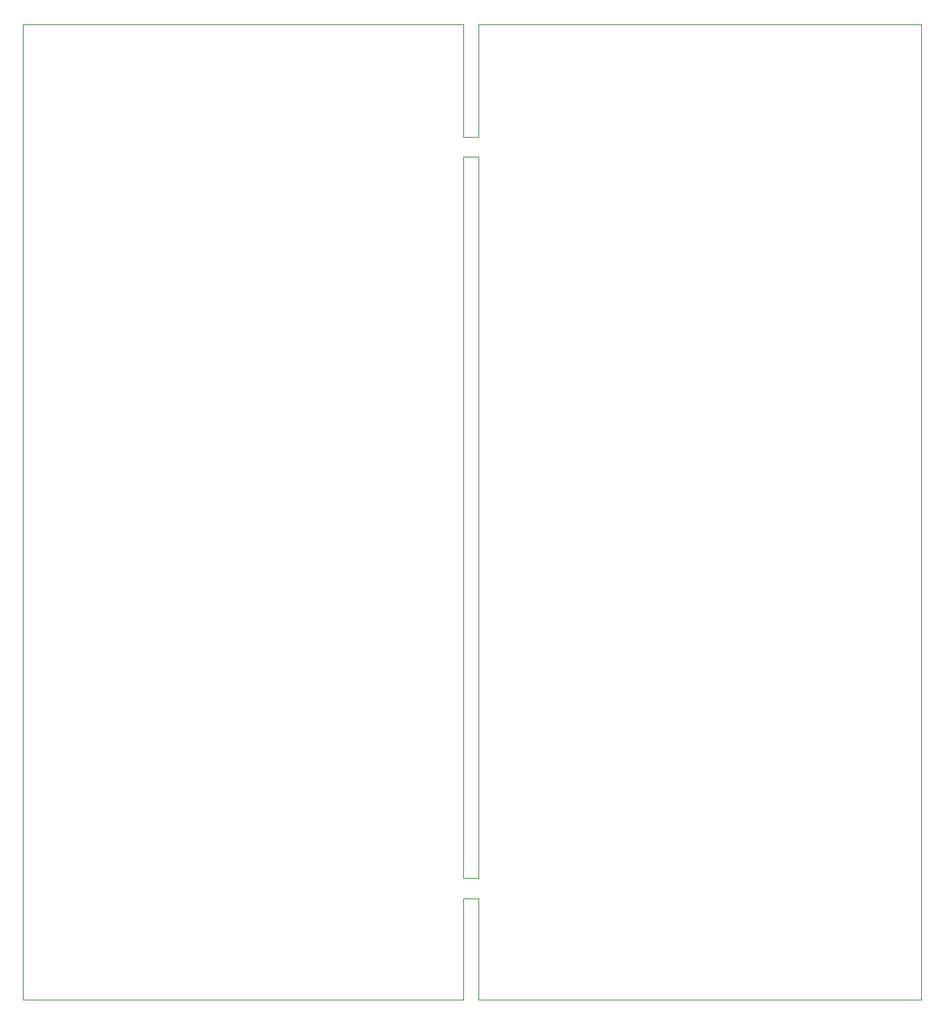
<source format=gbr>
%TF.GenerationSoftware,KiCad,Pcbnew,9.0.6*%
%TF.CreationDate,2025-11-20T09:41:43+01:00*%
%TF.ProjectId,Th-555-biondo,54682d35-3535-42d6-9269-6f6e646f2e6b,rev?*%
%TF.SameCoordinates,Original*%
%TF.FileFunction,Profile,NP*%
%FSLAX46Y46*%
G04 Gerber Fmt 4.6, Leading zero omitted, Abs format (unit mm)*
G04 Created by KiCad (PCBNEW 9.0.6) date 2025-11-20 09:41:43*
%MOMM*%
%LPD*%
G01*
G04 APERTURE LIST*
%TA.AperFunction,Profile*%
%ADD10C,0.050000*%
%TD*%
G04 APERTURE END LIST*
D10*
X93500000Y-146250000D02*
X93500000Y-37750000D01*
X144250000Y-132750000D02*
X142500000Y-132750000D01*
X144250000Y-50250000D02*
X144250000Y-37750000D01*
X193500000Y-146250000D02*
X144250000Y-146250000D01*
X144250000Y-37750000D02*
X193500000Y-37750000D01*
X144250000Y-135000000D02*
X142500000Y-135000000D01*
X142500000Y-146250000D02*
X93500000Y-146250000D01*
X142500000Y-135000000D02*
X142500000Y-146250000D01*
X142500000Y-50250000D02*
X144250000Y-50250000D01*
X144250000Y-52500000D02*
X144250000Y-132750000D01*
X93500000Y-37750000D02*
X142500000Y-37750000D01*
X142500000Y-132750000D02*
X142500000Y-52500000D01*
X142500000Y-37750000D02*
X142500000Y-50250000D01*
X144250000Y-146250000D02*
X144250000Y-135000000D01*
X142500000Y-52500000D02*
X144250000Y-52500000D01*
X193500000Y-37750000D02*
X193500000Y-146250000D01*
M02*

</source>
